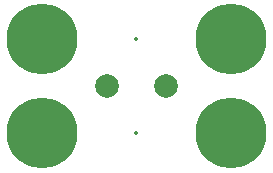
<source format=gtl>
%TF.GenerationSoftware,KiCad,Pcbnew,4.0.5-e0-6337~49~ubuntu16.04.1*%
%TF.CreationDate,2017-01-18T23:04:43-08:00*%
%TF.ProjectId,2x3-Speaker-TH-5mm-Pitch,3278332D537065616B65722D54482D35,1.0*%
%TF.FileFunction,Copper,L1,Top,Signal*%
%FSLAX46Y46*%
G04 Gerber Fmt 4.6, Leading zero omitted, Abs format (unit mm)*
G04 Created by KiCad (PCBNEW 4.0.5-e0-6337~49~ubuntu16.04.1) date Wed Jan 18 23:04:43 2017*
%MOMM*%
%LPD*%
G01*
G04 APERTURE LIST*
%ADD10C,0.350000*%
%ADD11C,2.000000*%
%ADD12C,6.000000*%
%ADD13C,0.350000*%
G04 APERTURE END LIST*
D10*
D11*
X135550000Y-98235000D03*
X140550000Y-98235000D03*
D12*
X130050000Y-102235000D03*
X146050000Y-102235000D03*
X146050000Y-94235000D03*
X130050000Y-94235000D03*
D13*
X135550000Y-98235000D03*
X140550000Y-98235000D03*
X130050000Y-102235000D03*
X146050000Y-102235000D03*
X146050000Y-94235000D03*
X130050000Y-94235000D03*
X138050000Y-94235000D03*
X138050000Y-102235000D03*
M02*

</source>
